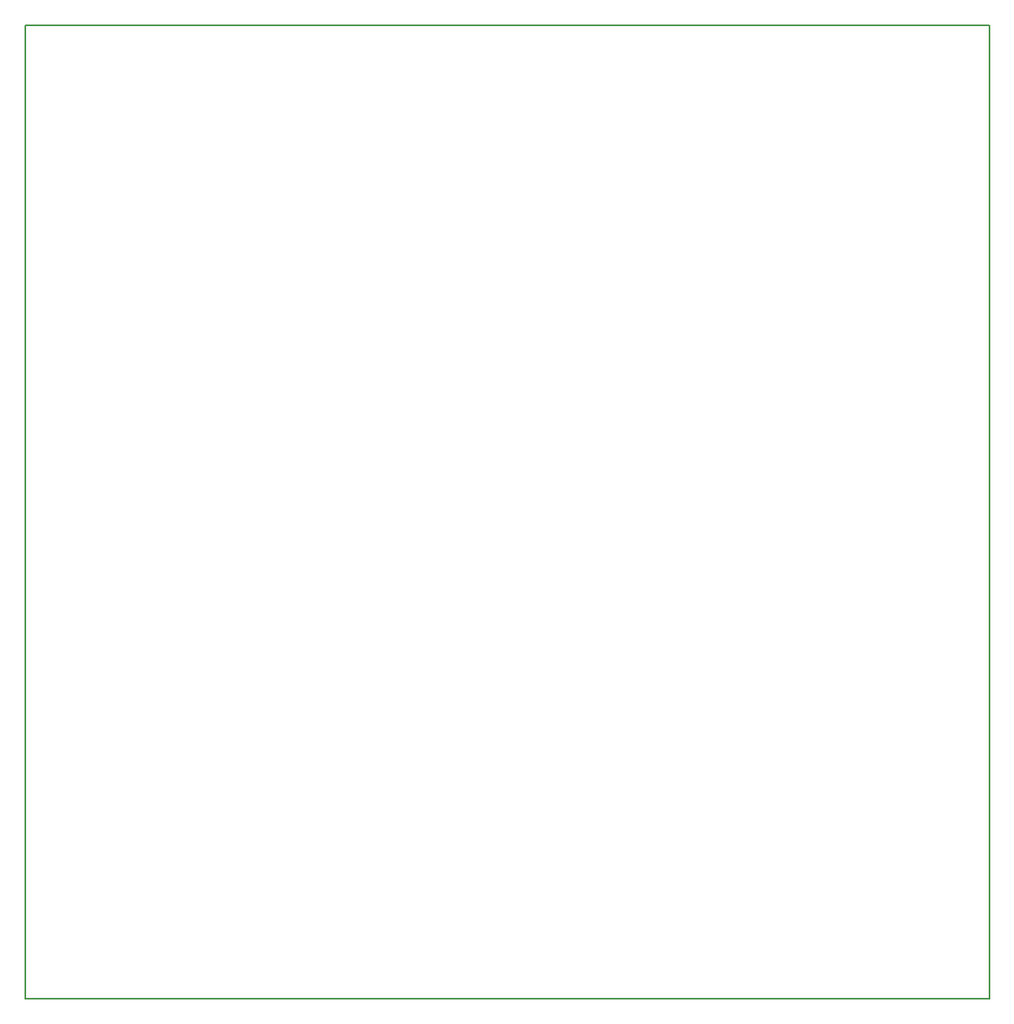
<source format=gbr>
G04 PROTEUS GERBER X2 FILE*
%TF.GenerationSoftware,Labcenter,Proteus,8.6-SP2-Build23525*%
%TF.CreationDate,2018-06-21T20:22:57+00:00*%
%TF.FileFunction,NonPlated,1,2,NPTH*%
%TF.FilePolarity,Positive*%
%TF.Part,Single*%
%FSLAX45Y45*%
%MOMM*%
G01*
%TA.AperFunction,Profile*%
%ADD20C,0.203200*%
%TD.AperFunction*%
D20*
X-4520000Y-1400000D02*
X+5480000Y-1400000D01*
X+5480000Y+8690000D01*
X-4520000Y+8690000D01*
X-4520000Y-1400000D01*
M02*

</source>
